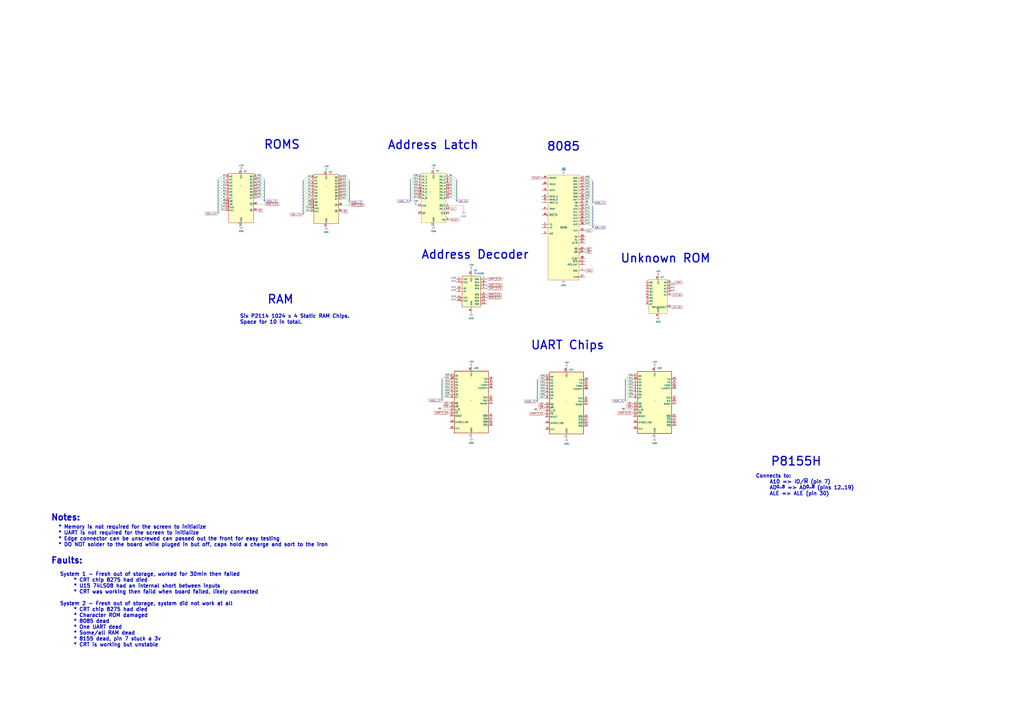
<source format=kicad_sch>
(kicad_sch (version 20230121) (generator eeschema)
  (paper "A1")
  (lib_symbols
    (symbol "74xx:74LS155" (pin_names (offset 1.016))
      (property "Reference" "U" (at -7.62 13.97 0))
      (property "Value" "74LS155" (at -7.62 -13.97 0))
      (symbol "74LS155_1_0"
        (pin input line (at -12.7 10.16 0) (length 5.08) (name "Ea1") (number "1"))
        (pin output inverted (at 12.7 -5.08 180) (length 5.08) (name "Q1b") (number "10"))
        (pin output inverted (at 12.7 -7.62 180) (length 5.08) (name "Q2b") (number "11"))
        (pin output inverted (at 12.7 -10.16 180) (length 5.08) (name "Q3b") (number "12"))
        (pin input line (at -12.7 2.54 0) (length 5.08) (name "A0") (number "13"))
        (pin input inverted (at -12.7 -5.08 0) (length 5.08) (name "Eb1") (number "14"))
        (pin input inverted (at -12.7 -7.62 0) (length 5.08) (name "Eb2") (number "15"))
        (pin power_in line (at 0 17.78 270) (length 5.08) (name "VCC") (number "16"))
        (pin input inverted (at -12.7 7.62 0) (length 5.08) (name "Ea2") (number "2"))
        (pin input line (at -12.7 0 0) (length 5.08) (name "A1") (number "3"))
        (pin output inverted (at 12.7 2.54 180) (length 5.08) (name "Q3a") (number "4"))
        (pin output inverted (at 12.7 5.08 180) (length 5.08) (name "Q2a") (number "5"))
        (pin output inverted (at 12.7 7.62 180) (length 5.08) (name "Q1a") (number "6"))
        (pin output inverted (at 12.7 10.16 180) (length 5.08) (name "Q0a") (number "7"))
        (pin power_in line (at 0 -17.78 90) (length 5.08) (name "GND") (number "8"))
        (pin output inverted (at 12.7 -2.54 180) (length 5.08) (name "Q0b") (number "9"))
      )
      (symbol "74LS155_1_1"
        (rectangle (start -7.62 12.7) (end 7.62 -12.7) (stroke (width 0.254)) (fill (type background)))
      )
    )
    (symbol "ABM-85:2732"
      (property "Reference" "U" (at -10.16 12.7 0))
      (property "Value" "2732" (at 0 0 0))
      (symbol "2732_0_1"
        (rectangle (start -10.16 10.16) (end 10.16 -30.48) (stroke (width 0.254)) (fill (type background)))
      )
      (symbol "2732_1_0"
        (pin power_in line (at 0 -33.02 90) (length 2.54) (name "GND") (number "12"))
        (pin power_in line (at 0 12.7 270) (length 2.54) (name "VCC") (number "24"))
      )
      (symbol "2732_1_1"
        (pin input line (at -12.7 -10.16 0) (length 2.54) (name "A7") (number "1"))
        (pin tri_state line (at 12.7 5.08 180) (length 2.54) (name "Q1") (number "10"))
        (pin tri_state line (at 12.7 2.54 180) (length 2.54) (name "Q2") (number "11"))
        (pin tri_state line (at 12.7 0 180) (length 2.54) (name "Q3") (number "13"))
        (pin tri_state line (at 12.7 -2.54 180) (length 2.54) (name "Q4") (number "14"))
        (pin tri_state line (at 12.7 -5.08 180) (length 2.54) (name "Q5") (number "15"))
        (pin tri_state line (at 12.7 -7.62 180) (length 2.54) (name "Q6") (number "16"))
        (pin tri_state line (at 12.7 -10.16 180) (length 2.54) (name "Q7") (number "17"))
        (pin input line (at 12.7 -15.24 180) (length 2.54) (name "~{CS}") (number "18"))
        (pin input line (at -12.7 -17.78 0) (length 2.54) (name "A10") (number "19"))
        (pin input line (at -12.7 -7.62 0) (length 2.54) (name "A6") (number "2"))
        (pin input line (at 12.7 -20.32 180) (length 2.54) (name "~{OE}") (number "20"))
        (pin input line (at -12.7 -20.32 0) (length 2.54) (name "A11") (number "21"))
        (pin input line (at -12.7 -15.24 0) (length 2.54) (name "A9") (number "22"))
        (pin input line (at -12.7 -12.7 0) (length 2.54) (name "A8") (number "23"))
        (pin input line (at -12.7 -5.08 0) (length 2.54) (name "A5") (number "3"))
        (pin input line (at -12.7 -2.54 0) (length 2.54) (name "A4") (number "4"))
        (pin input line (at -12.7 0 0) (length 2.54) (name "A3") (number "5"))
        (pin input line (at -12.7 2.54 0) (length 2.54) (name "A2") (number "6"))
        (pin input line (at -12.7 5.08 0) (length 2.54) (name "A1") (number "7"))
        (pin input line (at -12.7 7.62 0) (length 2.54) (name "A0") (number "8"))
        (pin tri_state line (at 12.7 7.62 180) (length 2.54) (name "Q0") (number "9"))
      )
    )
    (symbol "ABM-85:8085" (pin_names (offset 1.016))
      (property "Reference" "U" (at -12.7 44.45 0))
      (property "Value" "8085" (at -12.7 -44.45 0))
      (symbol "8085_1_1"
        (rectangle (start -12.7 43.18) (end 12.7 -43.18) (fill (type background)))
        (pin input line (at -17.78 2.54 0) (length 5.08) (name "X1") (number "1"))
        (pin input line (at -17.78 30.48 0) (length 5.08) (name "INTR") (number "10"))
        (pin output inverted (at 17.78 -27.94 180) (length 5.08) (name "~{INTA}") (number "11"))
        (pin tri_state line (at 17.78 40.64 180) (length 5.08) (name "AD0") (number "12"))
        (pin tri_state line (at 17.78 38.1 180) (length 5.08) (name "AD1") (number "13"))
        (pin tri_state line (at 17.78 35.56 180) (length 5.08) (name "AD2") (number "14"))
        (pin tri_state line (at 17.78 33.02 180) (length 5.08) (name "AD3") (number "15"))
        (pin tri_state line (at 17.78 30.48 180) (length 5.08) (name "AD4") (number "16"))
        (pin tri_state line (at 17.78 27.94 180) (length 5.08) (name "AD5") (number "17"))
        (pin tri_state line (at 17.78 25.4 180) (length 5.08) (name "AD6") (number "18"))
        (pin tri_state line (at 17.78 22.86 180) (length 5.08) (name "AD7") (number "19"))
        (pin input line (at -17.78 0 0) (length 5.08) (name "X2") (number "2"))
        (pin power_in line (at 0 -43.18 90) (length 0) hide (name "GND") (number "20"))
        (pin tri_state line (at 17.78 20.32 180) (length 5.08) (name "A8") (number "21"))
        (pin tri_state line (at 17.78 17.78 180) (length 5.08) (name "A9") (number "22"))
        (pin tri_state line (at 17.78 15.24 180) (length 5.08) (name "A10") (number "23"))
        (pin tri_state line (at 17.78 12.7 180) (length 5.08) (name "A11") (number "24"))
        (pin tri_state line (at 17.78 10.16 180) (length 5.08) (name "A12") (number "25"))
        (pin tri_state line (at 17.78 7.62 180) (length 5.08) (name "A13") (number "26"))
        (pin tri_state line (at 17.78 5.08 180) (length 5.08) (name "A14") (number "27"))
        (pin tri_state line (at 17.78 2.54 180) (length 5.08) (name "A15") (number "28"))
        (pin output line (at 17.78 -7.62 180) (length 5.08) (name "S0") (number "29"))
        (pin output line (at 17.78 -30.48 180) (length 5.08) (name "RES_OUT") (number "3"))
        (pin output line (at 17.78 -2.54 180) (length 5.08) (name "ALE") (number "30"))
        (pin output inverted (at 17.78 -20.32 180) (length 5.08) (name "~{WR}") (number "31"))
        (pin output inverted (at 17.78 -17.78 180) (length 5.08) (name "~{RD}") (number "32"))
        (pin output line (at 17.78 -10.16 180) (length 5.08) (name "S1") (number "33"))
        (pin output line (at 17.78 -12.7 180) (length 5.08) (name "IO/~{M}") (number "34"))
        (pin input line (at -17.78 40.64 0) (length 5.08) (name "READY") (number "35"))
        (pin input inverted (at -17.78 10.16 0) (length 5.08) (name "~{RES_IN}") (number "36"))
        (pin output clock (at 17.78 -40.64 180) (length 5.08) (name "CLK") (number "37"))
        (pin output line (at 17.78 -25.4 180) (length 5.08) (name "HLDA") (number "38"))
        (pin input line (at -17.78 35.56 0) (length 5.08) (name "HOLD") (number "39"))
        (pin output line (at 17.78 -35.56 180) (length 5.08) (name "SOD") (number "4"))
        (pin power_in line (at 0 43.18 270) (length 0) hide (name "VCC") (number "40"))
        (pin input line (at -17.78 -5.08 0) (length 5.08) (name "SID") (number "5"))
        (pin input line (at -17.78 15.24 0) (length 5.08) (name "TRAP") (number "6"))
        (pin input line (at -17.78 20.32 0) (length 5.08) (name "RST7_5") (number "7"))
        (pin input line (at -17.78 22.86 0) (length 5.08) (name "RST6_5") (number "8"))
        (pin input line (at -17.78 25.4 0) (length 5.08) (name "RST5_5") (number "9"))
      )
    )
    (symbol "ABM-85:8212"
      (property "Reference" "U" (at 0 0 0))
      (property "Value" "8212" (at 0 -2.54 0))
      (symbol "8212_0_1"
        (rectangle (start -10.16 15.24) (end 10.16 -25.4) (fill (type background)))
      )
      (symbol "8212_1_1"
        (pin input line (at 12.7 -11.43 180) (length 2.54) (name "~{DS_1}") (number "1"))
        (pin output line (at 12.7 5.08 180) (length 2.54) (name "DO_4") (number "10"))
        (pin input line (at -12.7 -11.43 0) (length 2.54) (name "STB") (number "11"))
        (pin power_out line (at 0 -27.94 90) (length 2.54) (name "GND") (number "12"))
        (pin input line (at 12.7 -13.97 180) (length 2.54) (name "DS_2") (number "13"))
        (pin output line (at 12.7 -17.78 180) (length 2.54) (name "~{CLR}") (number "14"))
        (pin output line (at 12.7 2.54 180) (length 2.54) (name "DO_5") (number "15"))
        (pin input line (at -12.7 2.54 0) (length 2.54) (name "DI_5") (number "16"))
        (pin output line (at 12.7 0 180) (length 2.54) (name "DO_6") (number "17"))
        (pin input line (at -12.7 0 0) (length 2.54) (name "DI_6") (number "18"))
        (pin output line (at 12.7 -2.54 180) (length 2.54) (name "DO_7") (number "19"))
        (pin input line (at 12.7 -22.86 180) (length 2.54) (name "MD") (number "2"))
        (pin input line (at -12.7 -2.54 0) (length 2.54) (name "DI_7") (number "20"))
        (pin output line (at 12.7 -5.08 180) (length 2.54) (name "DO_8") (number "21"))
        (pin input line (at -12.7 -5.08 0) (length 2.54) (name "DI_8") (number "22"))
        (pin output line (at -12.7 -17.78 0) (length 2.54) (name "~{INT}") (number "23"))
        (pin power_in line (at 0 17.78 270) (length 2.54) (name "VCC") (number "24"))
        (pin input line (at -12.7 12.7 0) (length 2.54) (name "DI_1") (number "3"))
        (pin output line (at 12.7 12.7 180) (length 2.54) (name "DO_1") (number "4"))
        (pin input line (at -12.7 10.16 0) (length 2.54) (name "DI_2") (number "5"))
        (pin output line (at 12.7 10.16 180) (length 2.54) (name "DO_2") (number "6"))
        (pin input line (at -12.7 7.62 0) (length 2.54) (name "DI_3") (number "7"))
        (pin output line (at 12.7 7.62 180) (length 2.54) (name "DO_3") (number "8"))
        (pin input line (at -12.7 5.08 0) (length 2.54) (name "DI_4") (number "9"))
      )
    )
    (symbol "ABM-85:8251"
      (property "Reference" "U" (at 0 0 0))
      (property "Value" "8251" (at 0 0 0))
      (symbol "8251_0_1"
        (rectangle (start -13.97 24.13) (end 13.97 -26.67) (stroke (width 0.254)) (fill (type background)))
        (rectangle (start -13.97 24.13) (end 13.97 -26.67) (stroke (width 0.254)) (fill (type background)))
      )
      (symbol "8251_1_1"
        (pin bidirectional line (at -17.78 15.24 0) (length 3.81) (name "D2") (number "1"))
        (pin input line (at -17.78 -5.08 0) (length 3.81) (name "~{WR}") (number "10"))
        (pin input line (at -17.78 -10.16 0) (length 3.81) (name "~{CS}") (number "11"))
        (pin input line (at -17.78 -7.62 0) (length 3.81) (name "C/~{D}") (number "12"))
        (pin input line (at -17.78 -2.54 0) (length 3.81) (name "~{RD}") (number "13"))
        (pin output line (at 17.78 -2.54 180) (length 3.81) (name "RxRDY") (number "14"))
        (pin output line (at 17.78 12.7 180) (length 3.81) (name "TxRDY") (number "15"))
        (pin input line (at -17.78 -17.78 0) (length 3.81) (name "SYNDET/BD") (number "16"))
        (pin input line (at 17.78 -15.24 180) (length 3.81) (name "~{CTS}") (number "17"))
        (pin output line (at 17.78 10.16 180) (length 3.81) (name "TxEMPTY") (number "18"))
        (pin output line (at 17.78 17.78 180) (length 3.81) (name "TxD") (number "19"))
        (pin bidirectional line (at -17.78 12.7 0) (length 3.81) (name "D3") (number "2"))
        (pin input line (at -17.78 -22.86 0) (length 3.81) (name "CLK") (number "20"))
        (pin input line (at -17.78 -12.7 0) (length 3.81) (name "RESET") (number "21"))
        (pin input line (at 17.78 -12.7 180) (length 3.81) (name "~{DSR}") (number "22"))
        (pin output line (at 17.78 -20.32 180) (length 3.81) (name "~{RTS}") (number "23"))
        (pin output line (at 17.78 -17.78 180) (length 3.81) (name "~{DTR}") (number "24"))
        (pin input line (at 17.78 0 180) (length 3.81) (name "RxC") (number "25"))
        (pin power_in line (at 0 27.94 270) (length 3.81) (name "VCC") (number "26"))
        (pin bidirectional line (at -17.78 20.32 0) (length 3.81) (name "D0") (number "27"))
        (pin bidirectional line (at -17.78 17.78 0) (length 3.81) (name "D1") (number "28"))
        (pin input line (at 17.78 2.54 180) (length 3.81) (name "RxD") (number "3"))
        (pin power_in line (at 0 -30.48 90) (length 3.81) (name "GND") (number "4"))
        (pin bidirectional line (at -17.78 10.16 0) (length 3.81) (name "D4") (number "5"))
        (pin bidirectional line (at -17.78 7.62 0) (length 3.81) (name "D5") (number "6"))
        (pin bidirectional line (at -17.78 5.08 0) (length 3.81) (name "D6") (number "7"))
        (pin bidirectional line (at -17.78 2.54 0) (length 3.81) (name "D7") (number "8"))
        (pin output line (at 17.78 15.24 180) (length 3.81) (name "TxC") (number "9"))
      )
    )
    (symbol "ABM-85:TBP18S030"
      (property "Reference" "U" (at 0 0 0))
      (property "Value" "TBP18S030" (at 0 -15.24 0))
      (symbol "TBP18S030_1_1"
        (rectangle (start -7.62 7.62) (end 7.62 -20.32) (fill (type background)))
        (pin output line (at -10.16 5.08 0) (length 2.54) (name "Q0") (number "1"))
        (pin input line (at 10.16 5.08 180) (length 2.54) (name "A0") (number "10"))
        (pin input line (at 10.16 2.54 180) (length 2.54) (name "A1") (number "11"))
        (pin input line (at 10.16 0 180) (length 2.54) (name "A2") (number "12"))
        (pin input line (at 10.16 -2.54 180) (length 2.54) (name "A3") (number "13"))
        (pin input line (at 10.16 -5.08 180) (length 2.54) (name "A4") (number "14"))
        (pin input line (at 10.16 -15.24 180) (length 2.54) (name "~{E}") (number "15"))
        (pin input line (at 0 10.16 270) (length 2.54) (name "Vcc") (number "16"))
        (pin output line (at -10.16 2.54 0) (length 2.54) (name "Q1") (number "2"))
        (pin output line (at -10.16 0 0) (length 2.54) (name "Q2") (number "3"))
        (pin output line (at -10.16 -2.54 0) (length 2.54) (name "Q3") (number "4"))
        (pin output line (at -10.16 -5.08 0) (length 2.54) (name "Q4") (number "5"))
        (pin output line (at -10.16 -7.62 0) (length 2.54) (name "Q5") (number "6"))
        (pin output line (at -10.16 -10.16 0) (length 2.54) (name "Q6") (number "7"))
        (pin input line (at 0 -22.86 90) (length 2.54) (name "GND") (number "8"))
        (pin output line (at -10.16 -12.7 0) (length 2.54) (name "Q7") (number "9"))
      )
    )
    (symbol "power:+5V" (power) (pin_names (offset 0))
      (property "Value" "+5V" (at 0 3.556 0))
      (symbol "+5V_0_1"
        (polyline (pts (xy -0.762 1.27) (xy 0 2.54)))
        (polyline (pts (xy 0 0) (xy 0 2.54)))
        (polyline (pts (xy 0 2.54) (xy 0.762 1.27)))
      )
      (symbol "+5V_1_1"
        (pin power_in line (at 0 0 90) (length 0) hide (name "+5V") (number "1"))
      )
    )
    (symbol "power:GND" (power) (pin_names (offset 0))
      (property "Value" "GND" (at 0 -3.81 0))
      (symbol "GND_0_1"
        (polyline (pts (xy 0 0) (xy 0 -1.27) (xy 1.27 -1.27) (xy 0 -2.54) (xy -1.27 -1.27) (xy 0 -1.27)))
      )
      (symbol "GND_1_1"
        (pin power_in line (at 0 0 270) (length 0) hide (name "GND") (number "1"))
      )
    )
  )
  (bus_entry (at 339.598 160.274) (size -2.54 2.54))
  (bus_entry (at 516.128 314.198) (size -2.54 2.54))
  (bus_entry (at 516.128 321.818) (size -2.54 2.54))
  (bus_entry (at 181.61 150.114) (size -2.54 2.54))
  (bus_entry (at 251.46 153.416) (size -2.54 2.54))
  (bus_entry (at 484.378 164.084) (size 2.54 2.54))
  (bus_entry (at 372.618 162.814) (size 2.54 2.54))
  (bus_entry (at 365.506 313.944) (size -2.54 2.54))
  (bus_entry (at 181.61 167.894) (size -2.54 2.54))
  (bus_entry (at 181.61 162.814) (size -2.54 2.54))
  (bus_entry (at 372.618 152.654) (size 2.54 2.54))
  (bus_entry (at 251.46 161.036) (size -2.54 2.54))
  (bus_entry (at 214.63 162.814) (size 2.54 2.54))
  (bus_entry (at 443.738 327.406) (size -2.54 2.54))
  (bus_entry (at 484.378 169.164) (size 2.54 2.54))
  (bus_entry (at 181.61 155.194) (size -2.54 2.54))
  (bus_entry (at 484.378 151.384) (size 2.54 2.54))
  (bus_entry (at 251.46 150.876) (size -2.54 2.54))
  (bus_entry (at 484.378 174.244) (size 2.54 2.54))
  (bus_entry (at 339.598 157.734) (size -2.54 2.54))
  (bus_entry (at 339.598 162.814) (size -2.54 2.54))
  (bus_entry (at 484.378 161.544) (size 2.54 2.54))
  (bus_entry (at 516.128 311.658) (size -2.54 2.54))
  (bus_entry (at 181.61 157.734) (size -2.54 2.54))
  (bus_entry (at 251.46 158.496) (size -2.54 2.54))
  (bus_entry (at 339.598 147.574) (size -2.54 2.54))
  (bus_entry (at 443.738 319.786) (size -2.54 2.54))
  (bus_entry (at 214.63 147.574) (size 2.54 2.54))
  (bus_entry (at 251.46 155.956) (size -2.54 2.54))
  (bus_entry (at 484.378 184.404) (size 2.54 2.54))
  (bus_entry (at 372.618 160.274) (size 2.54 2.54))
  (bus_entry (at 251.46 168.656) (size -2.54 2.54))
  (bus_entry (at 214.63 145.034) (size 2.54 2.54))
  (bus_entry (at 181.61 145.034) (size -2.54 2.54))
  (bus_entry (at 251.46 145.796) (size -2.54 2.54))
  (bus_entry (at 284.48 148.336) (size 2.54 2.54))
  (bus_entry (at 516.128 316.738) (size -2.54 2.54))
  (bus_entry (at 284.48 155.956) (size 2.54 2.54))
  (bus_entry (at 516.128 326.898) (size -2.54 2.54))
  (bus_entry (at 214.63 157.734) (size 2.54 2.54))
  (bus_entry (at 284.48 158.496) (size 2.54 2.54))
  (bus_entry (at 365.506 316.484) (size -2.54 2.54))
  (bus_entry (at 443.738 317.246) (size -2.54 2.54))
  (bus_entry (at 443.738 314.706) (size -2.54 2.54))
  (bus_entry (at 443.738 309.626) (size -2.54 2.54))
  (bus_entry (at 181.61 172.974) (size -2.54 2.54))
  (bus_entry (at 443.738 324.866) (size -2.54 2.54))
  (bus_entry (at 181.61 160.274) (size -2.54 2.54))
  (bus_entry (at 214.63 152.654) (size 2.54 2.54))
  (bus_entry (at 516.128 324.358) (size -2.54 2.54))
  (bus_entry (at 484.378 146.304) (size 2.54 2.54))
  (bus_entry (at 516.128 309.118) (size -2.54 2.54))
  (bus_entry (at 339.598 152.654) (size -2.54 2.54))
  (bus_entry (at 484.378 166.624) (size 2.54 2.54))
  (bus_entry (at 284.48 163.576) (size 2.54 2.54))
  (bus_entry (at 365.506 321.564) (size -2.54 2.54))
  (bus_entry (at 484.378 176.784) (size 2.54 2.54))
  (bus_entry (at 365.506 324.104) (size -2.54 2.54))
  (bus_entry (at 484.378 179.324) (size 2.54 2.54))
  (bus_entry (at 214.63 160.274) (size 2.54 2.54))
  (bus_entry (at 339.598 155.194) (size -2.54 2.54))
  (bus_entry (at 484.378 159.004) (size 2.54 2.54))
  (bus_entry (at 284.48 153.416) (size 2.54 2.54))
  (bus_entry (at 214.63 155.194) (size 2.54 2.54))
  (bus_entry (at 365.506 326.644) (size -2.54 2.54))
  (bus_entry (at 484.378 156.464) (size 2.54 2.54))
  (bus_entry (at 181.61 165.354) (size -2.54 2.54))
  (bus_entry (at 484.378 148.844) (size 2.54 2.54))
  (bus_entry (at 251.46 163.576) (size -2.54 2.54))
  (bus_entry (at 251.46 173.736) (size -2.54 2.54))
  (bus_entry (at 484.378 153.924) (size 2.54 2.54))
  (bus_entry (at 372.618 157.734) (size 2.54 2.54))
  (bus_entry (at 214.63 150.114) (size 2.54 2.54))
  (bus_entry (at 372.618 147.574) (size 2.54 2.54))
  (bus_entry (at 372.618 155.194) (size 2.54 2.54))
  (bus_entry (at 251.46 148.336) (size -2.54 2.54))
  (bus_entry (at 181.61 147.574) (size -2.54 2.54))
  (bus_entry (at 251.46 166.116) (size -2.54 2.54))
  (bus_entry (at 443.738 322.326) (size -2.54 2.54))
  (bus_entry (at 339.598 150.114) (size -2.54 2.54))
  (bus_entry (at 181.61 170.434) (size -2.54 2.54))
  (bus_entry (at 484.378 171.704) (size 2.54 2.54))
  (bus_entry (at 339.598 145.034) (size -2.54 2.54))
  (bus_entry (at 284.48 161.036) (size 2.54 2.54))
  (bus_entry (at 443.738 312.166) (size -2.54 2.54))
  (bus_entry (at 284.48 145.796) (size 2.54 2.54))
  (bus_entry (at 365.506 319.024) (size -2.54 2.54))
  (bus_entry (at 365.506 311.404) (size -2.54 2.54))
  (bus_entry (at 372.618 150.114) (size 2.54 2.54))
  (bus_entry (at 372.618 145.034) (size 2.54 2.54))
  (bus_entry (at 484.378 181.864) (size 2.54 2.54))
  (bus_entry (at 365.506 308.864) (size -2.54 2.54))
  (bus_entry (at 284.48 150.876) (size 2.54 2.54))
  (bus_entry (at 516.128 319.278) (size -2.54 2.54))
  (bus_entry (at 181.61 152.654) (size -2.54 2.54))
  (bus_entry (at 251.46 171.196) (size -2.54 2.54))
  (wire (pts (xy 519.938 319.278) (xy 516.128 319.278)))
  (bus (pts (xy 486.918 153.924) (xy 486.918 156.464)))
  (wire (pts (xy 280.67 148.336) (xy 284.48 148.336)))
  (wire (pts (xy 280.67 153.416) (xy 284.48 153.416)))
  (bus (pts (xy 441.198 319.786) (xy 441.198 322.326)))
  (wire (pts (xy 343.408 160.274) (xy 339.598 160.274)))
  (bus (pts (xy 217.17 160.274) (xy 217.17 162.814)))
  (wire (pts (xy 210.82 157.734) (xy 214.63 157.734)))
  (bus (pts (xy 362.966 319.024) (xy 362.966 321.564)))
  (wire (pts (xy 255.27 166.116) (xy 251.46 166.116)))
  (bus (pts (xy 217.17 150.114) (xy 217.17 152.654)))
  (bus (pts (xy 287.02 148.336) (xy 287.02 150.876)))
  (bus (pts (xy 179.07 167.894) (xy 179.07 170.434)))
  (bus (pts (xy 513.588 326.898) (xy 513.588 329.438)))
  (bus (pts (xy 248.92 171.196) (xy 248.92 173.736)))
  (wire (pts (xy 480.568 179.324) (xy 484.378 179.324)))
  (wire (pts (xy 369.316 324.104) (xy 365.506 324.104)))
  (bus (pts (xy 337.058 160.274) (xy 337.058 162.814)))
  (wire (pts (xy 280.67 168.656) (xy 287.02 168.656)))
  (wire (pts (xy 380.746 169.164) (xy 380.746 173.482)))
  (wire (pts (xy 480.568 159.004) (xy 484.378 159.004)))
  (bus (pts (xy 217.17 162.814) (xy 217.17 165.354)))
  (bus (pts (xy 513.588 314.198) (xy 513.588 316.738)))
  (wire (pts (xy 210.82 155.194) (xy 214.63 155.194)))
  (wire (pts (xy 185.42 150.114) (xy 181.61 150.114)))
  (bus (pts (xy 486.918 171.704) (xy 486.918 174.244)))
  (bus (pts (xy 337.058 155.194) (xy 337.058 157.734)))
  (bus (pts (xy 248.92 148.336) (xy 248.92 150.876)))
  (bus (pts (xy 362.966 313.944) (xy 362.966 316.484)))
  (bus (pts (xy 362.966 316.484) (xy 362.966 319.024)))
  (bus (pts (xy 337.058 157.734) (xy 337.058 160.274)))
  (bus (pts (xy 287.02 150.876) (xy 287.02 153.416)))
  (bus (pts (xy 375.158 150.114) (xy 375.158 152.654)))
  (wire (pts (xy 255.27 153.416) (xy 251.46 153.416)))
  (wire (pts (xy 550.672 232.156) (xy 553.974 232.156)))
  (wire (pts (xy 185.42 157.734) (xy 181.61 157.734)))
  (wire (pts (xy 255.27 161.036) (xy 251.46 161.036)))
  (wire (pts (xy 210.82 160.274) (xy 214.63 160.274)))
  (wire (pts (xy 519.938 324.358) (xy 516.128 324.358)))
  (bus (pts (xy 486.918 156.464) (xy 486.918 159.004)))
  (wire (pts (xy 519.938 316.738) (xy 516.128 316.738)))
  (wire (pts (xy 255.27 150.876) (xy 251.46 150.876)))
  (bus (pts (xy 486.918 164.084) (xy 486.918 166.624)))
  (bus (pts (xy 375.158 162.814) (xy 375.158 165.354)))
  (bus (pts (xy 248.92 150.876) (xy 248.92 153.416)))
  (bus (pts (xy 179.07 152.654) (xy 179.07 155.194)))
  (wire (pts (xy 480.568 153.924) (xy 484.378 153.924)))
  (wire (pts (xy 210.82 162.814) (xy 214.63 162.814)))
  (wire (pts (xy 368.808 152.654) (xy 372.618 152.654)))
  (wire (pts (xy 480.568 161.544) (xy 484.378 161.544)))
  (bus (pts (xy 513.588 319.278) (xy 513.588 321.818)))
  (wire (pts (xy 210.82 147.574) (xy 214.63 147.574)))
  (wire (pts (xy 185.42 147.574) (xy 181.61 147.574)))
  (wire (pts (xy 210.82 145.034) (xy 214.63 145.034)))
  (wire (pts (xy 368.808 147.574) (xy 372.618 147.574)))
  (wire (pts (xy 280.67 161.036) (xy 284.48 161.036)))
  (bus (pts (xy 248.92 168.656) (xy 248.92 171.196)))
  (wire (pts (xy 280.67 163.576) (xy 284.48 163.576)))
  (wire (pts (xy 368.808 157.734) (xy 372.618 157.734)))
  (wire (pts (xy 185.42 172.974) (xy 181.61 172.974)))
  (bus (pts (xy 217.17 157.734) (xy 217.17 160.274)))
  (bus (pts (xy 179.07 162.814) (xy 179.07 165.354)))
  (wire (pts (xy 255.27 148.336) (xy 251.46 148.336)))
  (wire (pts (xy 185.42 167.894) (xy 181.61 167.894)))
  (bus (pts (xy 486.918 159.004) (xy 486.918 161.544)))
  (wire (pts (xy 480.568 174.244) (xy 484.378 174.244)))
  (bus (pts (xy 287.02 155.956) (xy 287.02 158.496)))
  (wire (pts (xy 185.42 170.434) (xy 181.61 170.434)))
  (bus (pts (xy 362.966 311.404) (xy 362.966 313.944)))
  (bus (pts (xy 486.918 169.164) (xy 486.918 171.704)))
  (wire (pts (xy 280.67 145.796) (xy 284.48 145.796)))
  (wire (pts (xy 480.568 184.404) (xy 484.378 184.404)))
  (wire (pts (xy 369.316 313.944) (xy 365.506 313.944)))
  (wire (pts (xy 447.548 314.706) (xy 443.738 314.706)))
  (bus (pts (xy 179.07 172.974) (xy 179.07 175.514)))
  (wire (pts (xy 447.548 324.866) (xy 443.738 324.866)))
  (bus (pts (xy 337.058 150.114) (xy 337.058 152.654)))
  (wire (pts (xy 513.08 337.058) (xy 519.938 337.058)))
  (wire (pts (xy 343.408 147.574) (xy 339.598 147.574)))
  (bus (pts (xy 287.02 161.036) (xy 287.02 163.576)))
  (bus (pts (xy 337.058 147.574) (xy 337.058 150.114)))
  (wire (pts (xy 480.568 171.704) (xy 484.378 171.704)))
  (bus (pts (xy 287.02 158.496) (xy 287.02 161.036)))
  (bus (pts (xy 362.966 321.564) (xy 362.966 324.104)))
  (bus (pts (xy 441.198 314.706) (xy 441.198 317.246)))
  (bus (pts (xy 375.158 157.734) (xy 375.158 160.274)))
  (bus (pts (xy 248.92 166.116) (xy 248.92 168.656)))
  (wire (pts (xy 480.568 166.624) (xy 484.378 166.624)))
  (wire (pts (xy 369.316 319.024) (xy 365.506 319.024)))
  (wire (pts (xy 480.568 151.384) (xy 484.378 151.384)))
  (bus (pts (xy 179.07 155.194) (xy 179.07 157.734)))
  (wire (pts (xy 369.316 311.404) (xy 365.506 311.404)))
  (wire (pts (xy 447.548 317.246) (xy 443.738 317.246)))
  (wire (pts (xy 480.568 181.864) (xy 484.378 181.864)))
  (bus (pts (xy 375.158 155.194) (xy 375.158 157.734)))
  (wire (pts (xy 255.27 168.656) (xy 251.46 168.656)))
  (wire (pts (xy 447.548 322.326) (xy 443.738 322.326)))
  (bus (pts (xy 441.198 312.166) (xy 441.198 314.706)))
  (wire (pts (xy 519.938 321.818) (xy 516.128 321.818)))
  (wire (pts (xy 447.548 309.626) (xy 443.738 309.626)))
  (bus (pts (xy 375.158 152.654) (xy 375.158 155.194)))
  (wire (pts (xy 480.568 146.304) (xy 484.378 146.304)))
  (wire (pts (xy 368.808 160.274) (xy 372.618 160.274)))
  (wire (pts (xy 185.42 145.034) (xy 181.61 145.034)))
  (wire (pts (xy 368.808 150.114) (xy 372.618 150.114)))
  (wire (pts (xy 362.204 336.804) (xy 369.316 336.804)))
  (bus (pts (xy 513.588 316.738) (xy 513.588 319.278)))
  (wire (pts (xy 447.548 327.406) (xy 443.738 327.406)))
  (bus (pts (xy 513.588 321.818) (xy 513.588 324.358)))
  (bus (pts (xy 375.158 147.574) (xy 375.158 150.114)))
  (wire (pts (xy 343.408 150.114) (xy 339.598 150.114)))
  (bus (pts (xy 513.588 324.358) (xy 513.588 326.898)))
  (bus (pts (xy 486.918 161.544) (xy 486.918 164.084)))
  (bus (pts (xy 441.198 322.326) (xy 441.198 324.866)))
  (wire (pts (xy 185.42 162.814) (xy 181.61 162.814)))
  (wire (pts (xy 369.316 308.864) (xy 365.506 308.864)))
  (bus (pts (xy 179.07 165.354) (xy 179.07 167.894)))
  (wire (pts (xy 343.408 145.034) (xy 339.598 145.034)))
  (bus (pts (xy 337.058 162.814) (xy 337.058 165.354)))
  (wire (pts (xy 280.67 158.496) (xy 284.48 158.496)))
  (bus (pts (xy 287.02 153.416) (xy 287.02 155.956)))
  (wire (pts (xy 255.27 145.796) (xy 251.46 145.796)))
  (bus (pts (xy 486.918 148.844) (xy 486.918 151.384)))
  (bus (pts (xy 217.17 152.654) (xy 217.17 155.194)))
  (wire (pts (xy 255.27 158.496) (xy 251.46 158.496)))
  (bus (pts (xy 179.07 160.274) (xy 179.07 162.814)))
  (wire (pts (xy 343.408 157.734) (xy 339.598 157.734)))
  (wire (pts (xy 255.27 163.576) (xy 251.46 163.576)))
  (bus (pts (xy 513.588 311.658) (xy 513.588 314.198)))
  (wire (pts (xy 185.42 160.274) (xy 181.61 160.274)))
  (bus (pts (xy 486.918 151.384) (xy 486.918 153.924)))
  (wire (pts (xy 255.27 155.956) (xy 251.46 155.956)))
  (wire (pts (xy 343.408 162.814) (xy 339.598 162.814)))
  (wire (pts (xy 447.548 312.166) (xy 443.738 312.166)))
  (bus (pts (xy 486.918 179.324) (xy 486.918 181.864)))
  (wire (pts (xy 255.27 171.196) (xy 251.46 171.196)))
  (bus (pts (xy 362.966 324.104) (xy 362.966 326.644)))
  (bus (pts (xy 362.966 326.644) (xy 362.966 329.184)))
  (wire (pts (xy 185.42 152.654) (xy 181.61 152.654)))
  (wire (pts (xy 368.808 162.814) (xy 372.618 162.814)))
  (wire (pts (xy 341.376 169.164) (xy 343.408 169.164)))
  (wire (pts (xy 447.548 319.786) (xy 443.738 319.786)))
  (bus (pts (xy 179.07 147.574) (xy 179.07 150.114)))
  (bus (pts (xy 248.92 153.416) (xy 248.92 155.956)))
  (wire (pts (xy 368.808 169.164) (xy 380.746 169.164)))
  (wire (pts (xy 368.808 145.034) (xy 372.618 145.034)))
  (bus (pts (xy 179.07 170.434) (xy 179.07 172.974)))
  (wire (pts (xy 480.568 164.084) (xy 484.378 164.084)))
  (wire (pts (xy 343.408 155.194) (xy 339.598 155.194)))
  (wire (pts (xy 210.82 150.114) (xy 214.63 150.114)))
  (bus (pts (xy 486.918 174.244) (xy 486.918 176.784)))
  (bus (pts (xy 248.92 155.956) (xy 248.92 158.496)))
  (wire (pts (xy 480.568 176.784) (xy 484.378 176.784)))
  (bus (pts (xy 486.918 184.404) (xy 486.918 186.944)))
  (wire (pts (xy 255.27 173.736) (xy 251.46 173.736)))
  (wire (pts (xy 480.568 169.164) (xy 484.378 169.164)))
  (bus (pts (xy 217.17 147.574) (xy 217.17 150.114)))
  (wire (pts (xy 185.42 165.354) (xy 181.61 165.354)))
  (bus (pts (xy 179.07 157.734) (xy 179.07 160.274)))
  (wire (pts (xy 280.67 155.956) (xy 284.48 155.956)))
  (wire (pts (xy 480.568 156.464) (xy 484.378 156.464)))
  (wire (pts (xy 368.808 155.194) (xy 372.618 155.194)))
  (bus (pts (xy 375.158 160.274) (xy 375.158 162.814)))
  (bus (pts (xy 441.198 324.866) (xy 441.198 327.406)))
  (wire (pts (xy 519.938 314.198) (xy 516.128 314.198)))
  (wire (pts (xy 343.408 152.654) (xy 339.598 152.654)))
  (bus (pts (xy 441.198 317.246) (xy 441.198 319.786)))
  (wire (pts (xy 369.316 326.644) (xy 365.506 326.644)))
  (bus (pts (xy 248.92 173.736) (xy 248.92 176.276)))
  (wire (pts (xy 440.944 337.566) (xy 447.548 337.566)))
  (wire (pts (xy 519.938 326.898) (xy 516.128 326.898)))
  (wire (pts (xy 519.938 309.118) (xy 516.128 309.118)))
  (wire (pts (xy 210.82 152.654) (xy 214.63 152.654)))
  (bus (pts (xy 287.02 163.576) (xy 287.02 166.116)))
  (bus (pts (xy 486.918 181.864) (xy 486.918 184.404)))
  (bus (pts (xy 248.92 161.036) (xy 248.92 163.576)))
  (wire (pts (xy 185.42 155.194) (xy 181.61 155.194)))
  (wire (pts (xy 519.938 311.658) (xy 516.128 311.658)))
  (bus (pts (xy 337.058 152.654) (xy 337.058 155.194)))
  (bus (pts (xy 179.07 150.114) (xy 179.07 152.654)))
  (bus (pts (xy 486.918 176.784) (xy 486.918 179.324)))
  (bus (pts (xy 217.17 155.194) (xy 217.17 157.734)))
  (bus (pts (xy 248.92 158.496) (xy 248.92 161.036)))
  (wire (pts (xy 210.82 167.894) (xy 217.17 167.894)))
  (wire (pts (xy 280.67 150.876) (xy 284.48 150.876)))
  (wire (pts (xy 480.568 148.844) (xy 484.378 148.844)))
  (wire (pts (xy 369.316 321.564) (xy 365.506 321.564)))
  (wire (pts (xy 369.316 316.484) (xy 365.506 316.484)))
  (bus (pts (xy 441.198 327.406) (xy 441.198 329.946)))
  (bus (pts (xy 248.92 163.576) (xy 248.92 166.116)))
  (text "Six P2114 1024 x 4 Static RAM Chips.\nSpace for 10 in total." (at 196.85 266.446 0) (effects (font (size 3 3) bold) (justify left bottom)))
  (text "UART Chips" (at 435.61 287.782 0) (effects (font (size 7 7) (thickness 1) bold) (justify left bottom)))
  (text "Address Decoder" (at 345.694 213.36 0) (effects (font (size 7 7) (thickness 1) bold) (justify left bottom)))
  (text "Address Latch" (at 318.008 123.19 0) (effects (font (size 7 7) (thickness 1) bold) (justify left bottom)))
  (text "Faults:" (at 41.656 463.55 0) (effects (font (size 5 5) bold) (justify left bottom)))
  (text "P8155H" (at 632.714 383.286 0) (effects (font (size 7 7) (thickness 1) bold) (justify left bottom)))
  (text "Unknown ROM" (at 509.27 216.408 0) (effects (font (size 7 7) (thickness 1) bold) (justify left bottom)))
  (text "Connects to:\n	A10 => IO/~{M} (pin 7)\n	AD^{0..8} => AD^{0..8} (pins 12..19)\n	ALE => ALE (pin 30)" (at 620.522 407.416 0) (effects (font (size 3 3) bold) (justify left bottom)))
  (text "ROMS" (at 216.408 122.936 0) (effects (font (size 7 7) (thickness 1) bold) (justify left bottom)))
  (text "8085" (at 448.818 124.46 0) (effects (font (size 7 7) (thickness 1) bold) (justify left bottom)))
  (text "RAM" (at 219.202 250.19 0) (effects (font (size 7 7) (thickness 1) bold) (justify left bottom)))
  (text "Notes:" (at 41.656 428.244 0) (effects (font (size 5 5) bold) (justify left bottom)))
  (text "System 1 - Fresh out of storage, worked for 30min then failed\n	* CRT chip 8275 had died\n	* U15 74LS08 had an internal short between inputs\n	* CRT was working then faild when board failed, likely connected\n\nSystem 2 - Fresh out of storage, system did not work at all\n	* CRT chip 8275 had died\n	* Character ROM damaged\n	* 8085 dead\n	* One UART dead\n	* Some/all RAM dead\n	* 8155 dead, pin 7 stuck a 3v\n	* CRT is working but unstable" (at 49.022 531.622 0) (effects (font (size 3 3) bold) (justify left bottom)))
  (text "* Memory is not required for the screen to initialize\n* UART is not required for the screen to initialize\n* Edge connector can be unscrewed can passed out the front for easy testing\n* DO NOT solder to the board while pluged in but off, caps hold a charge and sort to the iron\n" (at 47.752 449.326 0) (effects (font (size 3 3) bold) (justify left bottom)))
  (label "AD4" (at 210.82 155.194 0))
  (label "AD6" (at 280.67 161.036 0))
  (label "AD0" (at 480.568 146.304 0))
  (label "AD0" (at 343.408 152.654 180))
  (label "A12" (at 374.396 236.982 180))
  (label "AD6" (at 519.938 324.358 180))
  (label "AD6" (at 480.568 161.544 0))
  (label "A3" (at 368.808 157.734 0))
  (label "AD5" (at 480.568 159.004 0))
  (label "AD4" (at 280.67 155.956 0))
  (label "AD2" (at 519.938 314.198 180))
  (label "A8" (at 513.08 337.058 180))
  (label "AD4" (at 343.408 147.574 180))
  (label "AD1" (at 210.82 147.574 0))
  (label "AD3" (at 210.82 152.654 0))
  (label "AD5" (at 280.67 158.496 0))
  (label "A7" (at 185.42 162.814 180))
  (label "A8" (at 480.568 166.624 0))
  (label "A5" (at 255.27 158.496 180))
  (label "A9" (at 185.42 167.894 180))
  (label "A13" (at 480.568 179.324 0))
  (label "AD4" (at 447.548 319.786 180))
  (label "A4" (at 185.42 155.194 180))
  (label "AD5" (at 447.548 322.326 180))
  (label "AD4" (at 480.568 156.464 0))
  (label "AD3" (at 447.548 317.246 180))
  (label "A2" (at 185.42 150.114 180))
  (label "A7" (at 368.808 162.814 0))
  (label "AD0" (at 280.67 145.796 0))
  (label "AD4" (at 519.938 319.278 180))
  (label "AD5" (at 519.938 321.818 180))
  (label "A10" (at 550.672 234.696 0))
  (label "AD7" (at 343.408 162.814 180))
  (label "A13" (at 374.396 239.522 180))
  (label "A2" (at 368.808 150.114 0))
  (label "A4" (at 255.27 155.956 180))
  (label "A1" (at 255.27 148.336 180))
  (label "AD2" (at 280.67 150.876 0))
  (label "A15" (at 480.568 184.404 0))
  (label "AD1" (at 480.568 148.844 0))
  (label "A8" (at 440.944 337.566 180))
  (label "A10" (at 480.568 171.704 0))
  (label "AD3" (at 280.67 153.416 0))
  (label "A10" (at 185.42 170.434 180))
  (label "AD4" (at 369.316 319.024 180))
  (label "AD3" (at 519.938 316.738 180))
  (label "A12" (at 550.672 239.776 0))
  (label "AD3" (at 343.408 157.734 180))
  (label "A11" (at 185.42 172.974 180))
  (label "A8" (at 185.42 165.354 180))
  (label "AD6" (at 343.408 145.034 180))
  (label "A8" (at 255.27 166.116 180))
  (label "A1" (at 185.42 147.574 180))
  (label "A4" (at 368.808 147.574 0))
  (label "A6" (at 185.42 160.274 180))
  (label "AD7" (at 210.82 162.814 0))
  (label "A14" (at 374.396 247.142 180))
  (label "AD1" (at 447.548 312.166 180))
  (label "AD0" (at 210.82 145.034 0))
  (label "A10" (at 255.27 171.196 180))
  (label "A2" (at 255.27 150.876 180))
  (label "AD7" (at 369.316 326.644 180))
  (label "AD2" (at 369.316 313.944 180))
  (label "AD3" (at 369.316 316.484 180))
  (label "AD2" (at 210.82 150.114 0))
  (label "A9" (at 480.568 169.164 0))
  (label "AD3" (at 480.568 153.924 0))
  (label "A14" (at 374.396 231.902 180))
  (label "A3" (at 255.27 153.416 180))
  (label "AD7" (at 519.938 326.898 180))
  (label "A15" (at 374.396 244.602 180))
  (label "A14" (at 480.568 181.864 0))
  (label "A8" (at 362.204 336.804 180))
  (label "A6" (at 255.27 161.036 180))
  (label "A9" (at 255.27 168.656 180))
  (label "A0" (at 255.27 145.796 180))
  (label "AD0" (at 447.548 309.626 180))
  (label "AD0" (at 369.316 308.864 180))
  (label "AD5" (at 210.82 157.734 0))
  (label "AD7" (at 480.568 164.084 0))
  (label "AD5" (at 343.408 160.274 180))
  (label "AD7" (at 447.548 327.406 180))
  (label "AD6" (at 369.316 324.104 180))
  (label "AD1" (at 369.316 311.404 180))
  (label "A3" (at 185.42 152.654 180))
  (label "AD6" (at 210.82 160.274 0))
  (label "AD2" (at 447.548 314.706 180))
  (label "A5" (at 368.808 160.274 0))
  (label "A11" (at 550.672 237.236 0))
  (label "A0" (at 185.42 145.034 180))
  (label "A12" (at 480.568 176.784 0))
  (label "AD6" (at 447.548 324.866 180))
  (label "A1" (at 368.808 155.194 0))
  (label "AD1" (at 280.67 148.336 0))
  (label "A11" (at 255.27 173.736 180))
  (label "A5" (at 185.42 157.734 180))
  (label "A7" (at 255.27 163.576 180))
  (label "AD2" (at 343.408 150.114 180))
  (label "AD0" (at 519.938 309.118 180))
  (label "AD5" (at 369.316 321.564 180))
  (label "AD2" (at 480.568 151.384 0))
  (label "AD1" (at 519.938 311.658 180))
  (label "A0" (at 368.808 152.654 0))
  (label "AD1" (at 343.408 155.194 180))
  (label "A15" (at 374.396 229.362 180))
  (label "A6" (at 368.808 145.034 0))
  (label "AD7" (at 280.67 163.576 0))
  (label "A11" (at 480.568 174.244 0))
  (global_label "U37_06" (shape input) (at 550.672 252.476 0) (property "Intersheetrefs" "${INTERSHEET_REFS}" (effects hide)))
  (global_label "~{RD}" (shape input) (at 280.67 173.736 0) (property "Intersheetrefs" "${INTERSHEET_REFS}" (effects hide)))
  (global_label "AD{0...7}" (shape input) (at 362.966 329.184 180) (property "Intersheetrefs" "${INTERSHEET_REFS}" (effects hide)))
  (global_label "~{WR}" (shape input) (at 480.568 207.264 0) (property "Intersheetrefs" "${INTERSHEET_REFS}" (effects hide)))
  (global_label "AD{0...7}" (shape input) (at 441.198 329.946 180) (property "Intersheetrefs" "${INTERSHEET_REFS}" (effects hide)))
  (global_label "A{0...11}" (shape input) (at 179.07 175.514 180) (property "Intersheetrefs" "${INTERSHEET_REFS}" (effects hide)))
  (global_label "~{UART_3_EN}" (shape input) (at 519.938 339.598 180) (property "Intersheetrefs" "${INTERSHEET_REFS}" (effects hide)))
  (global_label "~{RD}" (shape input) (at 447.548 332.486 180) (property "Intersheetrefs" "${INTERSHEET_REFS}" (effects hide)))
  (global_label "~{ROM_2_EN}" (shape input) (at 287.02 168.656 0) (property "Intersheetrefs" "${INTERSHEET_REFS}" (effects hide)))
  (global_label "~{ROM_2_EN}" (shape input) (at 399.796 244.602 0) (property "Intersheetrefs" "${INTERSHEET_REFS}" (effects hide)))
  (global_label "~{ROM_1_EN}" (shape input) (at 399.796 242.062 0) (property "Intersheetrefs" "${INTERSHEET_REFS}" (effects hide)))
  (global_label "A{0...6}" (shape input) (at 375.158 165.354 0) (property "Intersheetrefs" "${INTERSHEET_REFS}" (effects hide)))
  (global_label "~{WR}" (shape input) (at 369.316 334.264 180) (property "Intersheetrefs" "${INTERSHEET_REFS}" (effects hide)))
  (global_label "A{8...15}" (shape input) (at 486.918 186.944 0) (property "Intersheetrefs" "${INTERSHEET_REFS}" (effects hide)))
  (global_label "~{RD}" (shape input) (at 480.568 204.724 0) (property "Intersheetrefs" "${INTERSHEET_REFS}" (effects hide)))
  (global_label "SOD" (shape input) (at 553.974 232.156 0) (property "Intersheetrefs" "${INTERSHEET_REFS}" (effects hide)))
  (global_label "~{WR}" (shape input) (at 447.548 335.026 180) (property "Intersheetrefs" "${INTERSHEET_REFS}" (effects hide)))
  (global_label "~{ROM_1_EN}" (shape input) (at 217.17 167.894 0) (property "Intersheetrefs" "${INTERSHEET_REFS}" (effects hide)))
  (global_label "SOD" (shape input) (at 480.568 222.504 0) (property "Intersheetrefs" "${INTERSHEET_REFS}" (effects hide)))
  (global_label "ALE" (shape input) (at 480.568 189.484 0) (property "Intersheetrefs" "${INTERSHEET_REFS}" (effects hide)))
  (global_label "READY" (shape input) (at 445.008 146.304 180) (property "Intersheetrefs" "${INTERSHEET_REFS}" (effects hide)))
  (global_label "ALE" (shape input) (at 368.808 171.704 0) (property "Intersheetrefs" "${INTERSHEET_REFS}" (effects hide)))
  (global_label "~{RD}" (shape input) (at 210.82 172.974 0) (property "Intersheetrefs" "${INTERSHEET_REFS}" (effects hide)))
  (global_label "AD{0...7}" (shape input) (at 287.02 166.116 0) (property "Intersheetrefs" "${INTERSHEET_REFS}" (effects hide)))
  (global_label "U13_06" (shape input) (at 550.672 242.316 0) (property "Intersheetrefs" "${INTERSHEET_REFS}" (effects hide)))
  (global_label "~{UART_2_EN}" (shape input) (at 399.796 236.982 0) (property "Intersheetrefs" "${INTERSHEET_REFS}" (effects hide)))
  (global_label "~{UART_1_EN}" (shape input) (at 369.316 339.344 180) (property "Intersheetrefs" "${INTERSHEET_REFS}" (effects hide)))
  (global_label "~{UART_1_EN}" (shape input) (at 399.796 234.442 0) (property "Intersheetrefs" "${INTERSHEET_REFS}" (effects hide)))
  (global_label "READY" (shape input) (at 368.808 180.594 0) (property "Intersheetrefs" "${INTERSHEET_REFS}" (effects hide)))
  (global_label "~{WR}" (shape input) (at 519.938 334.518 180) (property "Intersheetrefs" "${INTERSHEET_REFS}" (effects hide)))
  (global_label "AD{0...7}" (shape input) (at 337.058 165.354 180) (property "Intersheetrefs" "${INTERSHEET_REFS}" (effects hide)))
  (global_label "~{UART_3_EN}" (shape input) (at 399.796 229.362 0) (property "Intersheetrefs" "${INTERSHEET_REFS}" (effects hide)))
  (global_label "A{0...11}" (shape input) (at 248.92 176.276 180) (property "Intersheetrefs" "${INTERSHEET_REFS}" (effects hide)))
  (global_label "~{UART_2_EN}" (shape input) (at 447.548 340.106 180) (property "Intersheetrefs" "${INTERSHEET_REFS}" (effects hide)))
  (global_label "~{RD}" (shape input) (at 369.316 331.724 180) (property "Intersheetrefs" "${INTERSHEET_REFS}" (effects hide)))
  (global_label "AD{0...7}" (shape input) (at 217.17 165.354 0) (property "Intersheetrefs" "${INTERSHEET_REFS}" (effects hide)))
  (global_label "~{RD}" (shape input) (at 519.938 331.978 180) (property "Intersheetrefs" "${INTERSHEET_REFS}" (effects hide)))
  (global_label "AD{0...7}" (shape input) (at 513.588 329.438 180) (property "Intersheetrefs" "${INTERSHEET_REFS}" (effects hide)))
  (global_label "AD{0...7}" (shape input) (at 486.918 166.624 0) (property "Intersheetrefs" "${INTERSHEET_REFS}" (effects hide)))
  (symbol (lib_id "power:+5V") (at 540.512 227.076 0) (unit 1)
    (property "Reference" "#PWR011" (effects hide))
    (property "Value" "+5V" (at 540.512 223.012 0))
  )
  (symbol (lib_id "74xx:74LS155") (at 387.096 239.522 0) (unit 1)
    (property "Reference" "U5" (at 389.0519 222.25 0) (effects (justify left)))
    (property "Value" "74LS155" (at 389.0519 224.79 0) (effects (justify left)))
    (property "Datasheet" "http://www.ti.com/lit/gpn/sn74LS155" (effects hide))
  )
  (symbol (lib_id "power:GND") (at 537.718 359.918 0) (unit 1)
    (property "Reference" "#PWR017" (effects hide))
    (property "Value" "GND" (at 537.718 364.236 0))
  )
  (symbol (lib_id "power:+5V") (at 387.096 301.244 0) (unit 1)
    (property "Reference" "#PWR020" (effects hide))
    (property "Value" "+5V" (at 387.096 297.18 0))
  )
  (symbol (lib_id "power:GND") (at 387.096 257.302 0) (unit 1)
    (property "Reference" "#PWR013" (effects hide))
    (property "Value" "GND" (at 387.096 261.62 0))
  )
  (symbol (lib_id "ABM-85:8251") (at 465.328 329.946 0) (unit 1)
    (property "Reference" "U31" (at 467.2839 303.784 0) (effects (justify left)))
    (property "Value" "~" (at 465.328 329.946 0))
  )
  (symbol (lib_id "power:GND") (at 387.096 359.664 0) (unit 1)
    (property "Reference" "#PWR015" (effects hide))
    (property "Value" "GND" (at 387.096 363.982 0))
  )
  (symbol (lib_id "power:+5V") (at 198.12 139.954 0) (unit 1)
    (property "Reference" "#PWR06" (effects hide))
    (property "Value" "+5V" (at 198.12 135.89 0))
  )
  (symbol (lib_id "power:GND") (at 465.328 360.426 0) (unit 1)
    (property "Reference" "#PWR016" (effects hide))
    (property "Value" "GND" (at 465.328 364.744 0))
  )
  (symbol (lib_id "power:+5V") (at 267.97 140.716 0) (unit 1)
    (property "Reference" "#PWR05" (effects hide))
    (property "Value" "+5V" (at 267.97 136.652 0))
  )
  (symbol (lib_id "ABM-85:8251") (at 537.718 329.438 0) (unit 1)
    (property "Reference" "U32" (at 539.6739 302.514 0) (effects (justify left)))
    (property "Value" "~" (at 537.718 329.438 0))
  )
  (symbol (lib_id "power:+5V") (at 462.788 143.764 0) (unit 1)
    (property "Reference" "#PWR04" (effects hide))
    (property "Value" "+5V" (at 462.788 139.7 0))
  )
  (symbol (lib_id "power:GND") (at 462.788 230.124 0) (unit 1)
    (property "Reference" "#PWR010" (effects hide))
    (property "Value" "GND" (at 462.788 234.442 0))
  )
  (symbol (lib_id "ABM-85:2732") (at 267.97 153.416 0) (unit 1)
    (property "Reference" "U2" (at 269.9259 141.478 0) (effects (justify left)))
    (property "Value" "~" (at 267.97 153.416 0))
    (property "Footprint" "Package_DIP:DIP-24_W15.24mm" (effects hide))
  )
  (symbol (lib_id "ABM-85:8085") (at 462.788 186.944 0) (unit 1)
    (property "Reference" "U6" (at 462.788 138.43 0) (effects (font (size 1.524 1.524))))
    (property "Value" "8085" (at 463.042 186.944 0) (effects (font (size 1.524 1.524))))
  )
  (symbol (lib_id "ABM-85:8212") (at 356.108 157.734 0) (unit 1)
    (property "Reference" "U4" (at 358.0639 140.462 0) (effects (justify left)))
    (property "Value" "~" (at 353.568 157.734 0))
  )
  (symbol (lib_id "power:+5V") (at 356.108 139.954 0) (unit 1)
    (property "Reference" "#PWR03" (effects hide))
    (property "Value" "+5V" (at 356.108 135.89 0))
  )
  (symbol (lib_id "power:+5V") (at 341.376 169.164 0) (unit 1)
    (property "Reference" "#PWR02" (effects hide))
    (property "Value" "+5V" (at 341.376 165.1 0))
  )
  (symbol (lib_id "power:GND") (at 356.108 185.674 0) (unit 1)
    (property "Reference" "#PWR07" (effects hide))
    (property "Value" "GND" (at 356.108 189.992 0))
  )
  (symbol (lib_id "power:GND") (at 198.12 185.674 0) (unit 1)
    (property "Reference" "#PWR09" (effects hide))
    (property "Value" "GND" (at 198.12 189.992 0))
  )
  (symbol (lib_id "power:+5V") (at 387.096 221.742 0) (unit 1)
    (property "Reference" "#PWR014" (effects hide))
    (property "Value" "+5V" (at 387.096 217.678 0))
  )
  (symbol (lib_id "power:+5V") (at 465.328 302.006 0) (unit 1)
    (property "Reference" "#PWR019" (effects hide))
    (property "Value" "+5V" (at 465.328 297.942 0))
  )
  (symbol (lib_id "ABM-85:8251") (at 387.096 329.184 0) (unit 1)
    (property "Reference" "U30" (at 389.0519 302.514 0) (effects (justify left)))
    (property "Value" "~" (at 387.096 329.184 0))
  )
  (symbol (lib_id "power:GND") (at 267.97 186.436 0) (unit 1)
    (property "Reference" "#PWR012" (effects hide))
    (property "Value" "GND" (at 267.97 190.754 0))
  )
  (symbol (lib_id "power:GND") (at 540.512 260.096 0) (unit 1)
    (property "Reference" "#PWR08" (effects hide))
    (property "Value" "GND" (at 540.512 264.414 0))
  )
  (symbol (lib_id "power:GND") (at 380.746 173.482 0) (unit 1)
    (property "Reference" "#PWR01" (effects hide))
    (property "Value" "GND" (at 380.746 177.8 0))
  )
  (symbol (lib_id "ABM-85:2732") (at 198.12 152.654 0) (unit 1)
    (property "Reference" "U1" (at 200.0759 140.716 0) (effects (justify left)))
    (property "Value" "~" (at 198.12 152.654 0))
    (property "Footprint" "Package_DIP:DIP-24_W15.24mm" (effects hide))
  )
  (symbol (lib_id "power:+5V") (at 537.718 301.498 0) (unit 1)
    (property "Reference" "#PWR018" (effects hide))
    (property "Value" "+5V" (at 537.718 297.434 0))
  )
  (symbol (lib_id "ABM-85:TBP18S030") (at 540.512 237.236 0) (unit 1)
    (property "Reference" "U7" (at 542.4679 227.838 0) (effects (justify left)))
    (property "Value" "TBP18S030" (at 540.512 252.476 0))
  )
)
</source>
